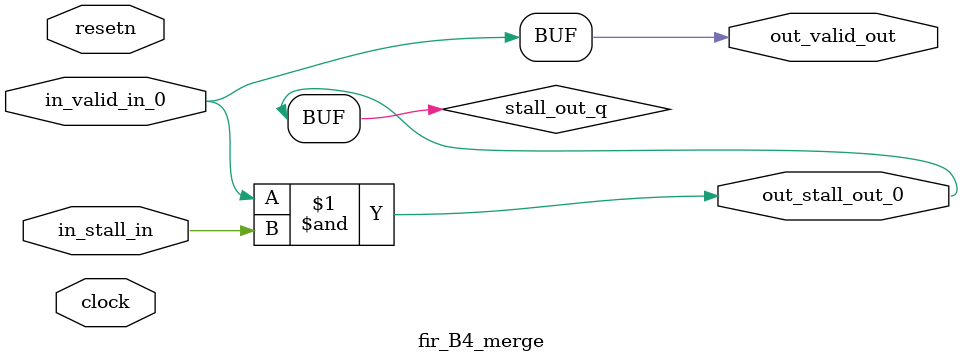
<source format=sv>



(* altera_attribute = "-name AUTO_SHIFT_REGISTER_RECOGNITION OFF; -name MESSAGE_DISABLE 10036; -name MESSAGE_DISABLE 10037; -name MESSAGE_DISABLE 14130; -name MESSAGE_DISABLE 14320; -name MESSAGE_DISABLE 15400; -name MESSAGE_DISABLE 14130; -name MESSAGE_DISABLE 10036; -name MESSAGE_DISABLE 12020; -name MESSAGE_DISABLE 12030; -name MESSAGE_DISABLE 12010; -name MESSAGE_DISABLE 12110; -name MESSAGE_DISABLE 14320; -name MESSAGE_DISABLE 13410; -name MESSAGE_DISABLE 113007; -name MESSAGE_DISABLE 10958" *)
module fir_B4_merge (
    input wire [0:0] in_stall_in,
    input wire [0:0] in_valid_in_0,
    output wire [0:0] out_stall_out_0,
    output wire [0:0] out_valid_out,
    input wire clock,
    input wire resetn
    );

    wire [0:0] stall_out_q;


    // stall_out(LOGICAL,6)
    assign stall_out_q = in_valid_in_0 & in_stall_in;

    // out_stall_out_0(GPOUT,4)
    assign out_stall_out_0 = stall_out_q;

    // out_valid_out(GPOUT,5)
    assign out_valid_out = in_valid_in_0;

endmodule

</source>
